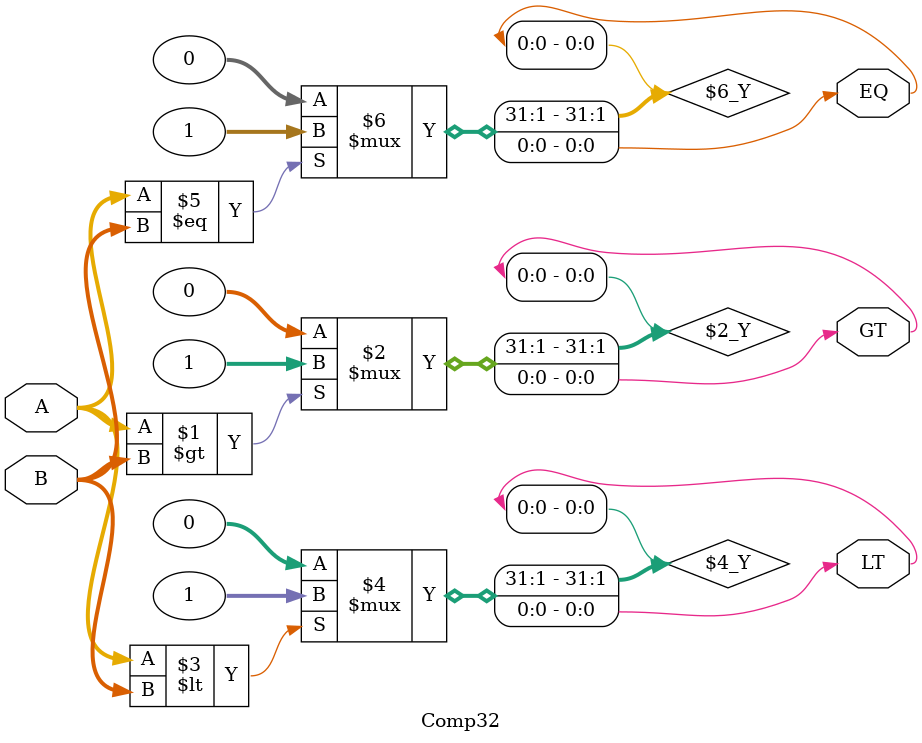
<source format=v>

module Comp32(A,B,GT,LT,EQ) ;
	input [31:0] A, B;
   output GT, LT, EQ;

   assign GT = (A > B) ? 1 : 0;
   assign LT = (A < B) ? 1 : 0;
   assign EQ = (A == B) ? 1 : 0;
endmodule

</source>
